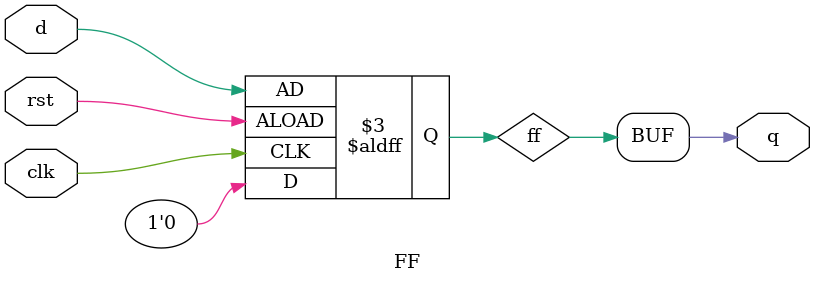
<source format=v>
module FF(input clk, input rst, input d, output q);

parameter init = 0;

reg ff; 
always @(posedge clk or posedge rst) begin
  if (!rst)
    ff <= init;
  else
    ff <= d; 
end

assign q = ff;
endmodule

</source>
